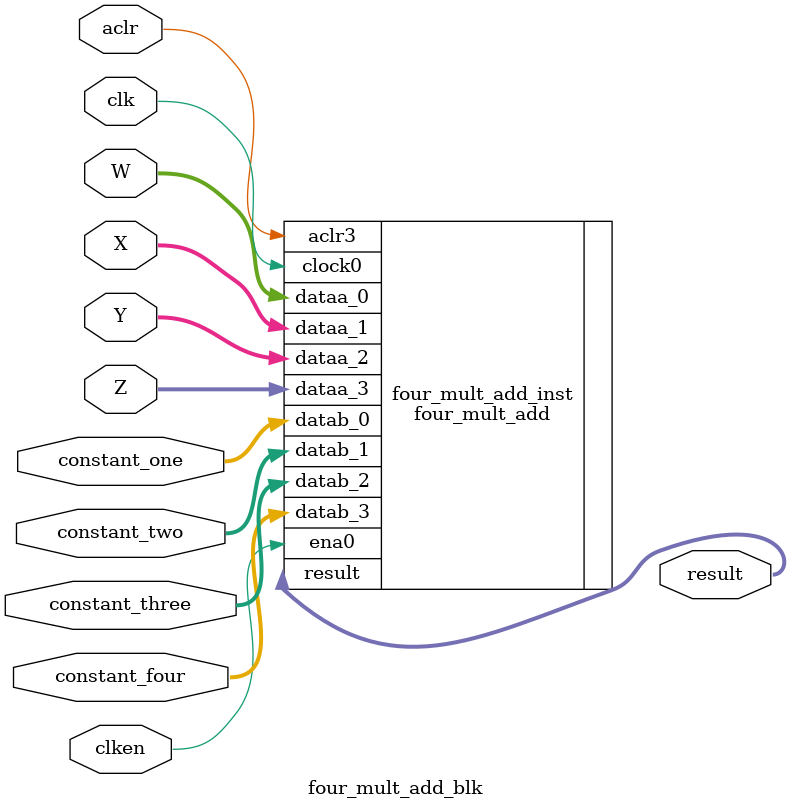
<source format=v>

module four_mult_add_blk(
	aclr,
	clken,
	clk,
	constant_one,
	constant_two,
	constant_three,
	constant_four,
	W,
	X,
	Y,
	Z,
	result
);

input	aclr;
input	clken;
input	clk;
input	[17:0] constant_one;
input	[17:0] constant_two;
input   [17:0] constant_three;
input   [17:0] constant_four;
input   [17:0] W;
input	[17:0] X;
input	[17:0] Y;
input   [17:0] Z;
output	[37:0] result;


four_mult_add	four_mult_add_inst (.clock0(clk),
									.aclr3(aclr),
									.ena0(clken),
							    	.dataa_0(W),
									.dataa_1(X),
									.dataa_2(Y),
									.dataa_3(Z),
									.datab_0(constant_one),
									.datab_1(constant_two),
									.datab_2(constant_three),
									.datab_3(constant_four),
									.result(result));


endmodule

</source>
